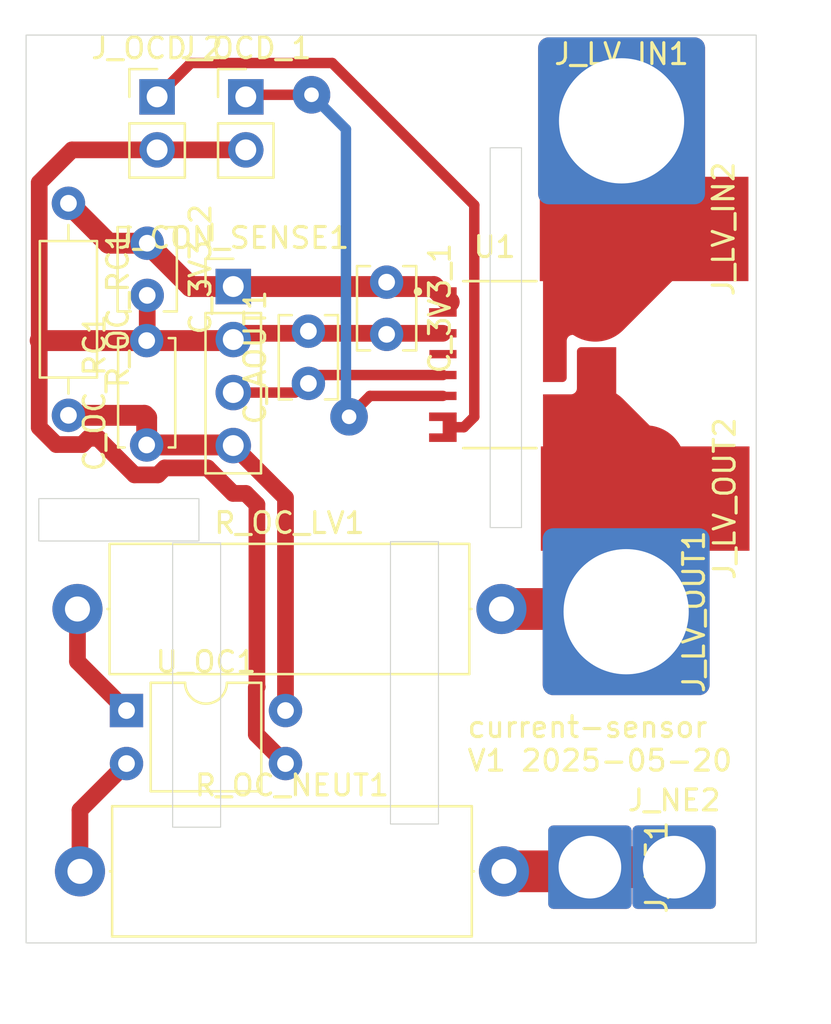
<source format=kicad_pcb>
(kicad_pcb (version 20240108) (generator "pcbnew") (generator_version "8.0")
  (layers (0 "F.Cu" signal) (31 "B.Cu" signal) (34 "B.Paste" user) (35 "F.Paste" user) (36 "B.SilkS" user "B.Silkscreen") (37 "F.SilkS" user "F.Silkscreen") (38 "B.Mask" user) (39 "F.Mask" user) (44 "Edge.Cuts" user))
  (net 0 "")
  (net 1 "GND")
  (net 2 "Net-(J_CON_SENSE1-Pin_4)")
  (net 3 "+3V3")
  (net 4 "Net-(J_CON_SENSE1-Pin_3)")
  (net 5 "Net-(J_LV_IN1-Pin_1)")
  (net 6 "Net-(J_LV_OUT1-Pin_1)")
  (net 7 "Net-(J_NE1-Pin_1)")
  (net 8 "Net-(J_OCD_1-Pin_1)")
  (net 9 "Net-(J_OCD_2-Pin_1)")
  (net 10 "Net-(R_OC_LV1-Pad1)")
  (net 11 "Net-(R_OC_NEUT1-Pad1)")
  (footprint "Connector_Wire:SolderWire-2.5sqmm_1x01_D2.4mm_OD3.6mm" (layer "F.Cu") (at 31.1714 39.7166)
    (property "Reference" "J_NE2" (at 0 -3.2 0) (layer "F.SilkS"))
    (property "Value" "Conn_01x01_Socket")
    (pad "1" thru_hole roundrect (at 0 0) (size 4 4) (drill 3) (layers "*.Cu" "*.Mask" "In1.Cu" "In2.Cu" "In3.Cu" "In4.Cu" "In5.Cu" "In6.Cu" "In7.Cu" "In8.Cu" "In9.Cu" "In10.Cu" "In11.Cu" "In12.Cu" "In13.Cu" "In14.Cu" "In15.Cu" "In16.Cu" "In17.Cu" "In18.Cu" "In19.Cu" "In20.Cu" "In21.Cu" "In22.Cu" "In23.Cu" "In24.Cu" "In25.Cu" "In26.Cu" "In27.Cu" "In28.Cu" "In29.Cu" "In30.Cu") (roundrect_rratio 0.0625) (net 7 "Net-(J_NE1-Pin_1)"))
  )
  (footprint "Connector_Wire:SolderWire-2.5sqmm_1x01_D2.4mm_OD3.6mm" (layer "F.Cu") (at 27.1344 39.7166 -90)
    (property "Reference" "J_NE1" (at 0 -3.2 90) (layer "F.SilkS"))
    (property "Value" "Conn_01x01_Socket")
    (pad "1" thru_hole roundrect (at 0 0 270) (size 4 4) (drill 3) (layers "*.Cu" "*.Mask" "In1.Cu" "In2.Cu" "In3.Cu" "In4.Cu" "In5.Cu" "In6.Cu" "In7.Cu" "In8.Cu" "In9.Cu" "In10.Cu" "In11.Cu" "In12.Cu" "In13.Cu" "In14.Cu" "In15.Cu" "In16.Cu" "In17.Cu" "In18.Cu" "In19.Cu" "In20.Cu" "In21.Cu" "In22.Cu" "In23.Cu" "In24.Cu" "In25.Cu" "In26.Cu" "In27.Cu" "In28.Cu" "In29.Cu" "In30.Cu") (roundrect_rratio 0.0625) (net 7 "Net-(J_NE1-Pin_1)"))
  )
  (footprint "Connector_Wire:SolderWirePad_1x01_SMD_5x10mm" (layer "F.Cu") (at 29.7314 9.1366 -90)
    (property "Reference" "J_LV_IN2" (at 0 -3.81 90) (layer "F.SilkS"))
    (property "Value" "Conn_01x01_Socket")
    (pad "1" smd rect (at 0 0 270) (size 5 10) (layers "F.Cu" "F.Paste" "F.Mask") (net 5 "Net-(J_LV_IN1-Pin_1)"))
  )
  (footprint "Connector_Wire:SolderWire-2.5sqmm_1x01_D2.4mm_OD3.6mm" (layer "F.Cu") (at 28.9214 27.4766 -90)
    (property "Reference" "J_LV_OUT1" (at 0 -3.2 90) (layer "F.SilkS"))
    (property "Value" "Conn_01x01_Socket")
    (pad "1" thru_hole roundrect (at 0 0.05 270) (size 8 8) (drill 6) (layers "*.Cu" "*.Mask" "In1.Cu" "In2.Cu" "In3.Cu" "In4.Cu" "In5.Cu" "In6.Cu" "In7.Cu" "In8.Cu" "In9.Cu" "In10.Cu" "In11.Cu" "In12.Cu" "In13.Cu" "In14.Cu" "In15.Cu" "In16.Cu" "In17.Cu" "In18.Cu" "In19.Cu" "In20.Cu" "In21.Cu" "In22.Cu" "In23.Cu" "In24.Cu" "In25.Cu" "In26.Cu" "In27.Cu" "In28.Cu" "In29.Cu" "In30.Cu") (roundrect_rratio 0.0625) (net 6 "Net-(J_LV_OUT1-Pin_1)"))
  )
  (footprint "Capacitor_THT:C_Disc_D3.8mm_W2.6mm_P2.50mm" (layer "F.Cu") (at 17.3914 11.6866 -90)
    (property "Reference" "C_3V3_1" (at 1.25 -2.55 90) (layer "F.SilkS"))
    (property "Value" "C")
    (fp_line (start -0.77 1.42) (end 3.27 1.42) (stroke (width 0.12)) (layer "F.SilkS"))
    (fp_line (start -0.77 0.795) (end -0.77 1.42) (stroke (width 0.12)) (layer "F.SilkS"))
    (fp_line (start 3.27 0.795) (end 3.27 1.42) (stroke (width 0.12)) (layer "F.SilkS"))
    (fp_line (start -0.77 -1.42) (end -0.77 -0.795) (stroke (width 0.12)) (layer "F.SilkS"))
    (fp_line (start -0.77 -1.42) (end 3.27 -1.42) (stroke (width 0.12)) (layer "F.SilkS"))
    (fp_line (start 3.27 -1.42) (end 3.27 -0.795) (stroke (width 0.12)) (layer "F.SilkS"))
    (pad "1" thru_hole circle (at 0 0 270) (size 1.6 1.6) (drill 0.8) (layers "*.Cu" "*.Mask" "In1.Cu" "In2.Cu" "In3.Cu" "In4.Cu" "In5.Cu" "In6.Cu" "In7.Cu" "In8.Cu" "In9.Cu" "In10.Cu" "In11.Cu" "In12.Cu" "In13.Cu" "In14.Cu" "In15.Cu" "In16.Cu" "In17.Cu" "In18.Cu" "In19.Cu" "In20.Cu" "In21.Cu" "In22.Cu" "In23.Cu" "In24.Cu" "In25.Cu" "In26.Cu" "In27.Cu" "In28.Cu" "In29.Cu" "In30.Cu") (net 3 "+3V3"))
    (pad "2" thru_hole circle (at 2.5 0 270) (size 1.6 1.6) (drill 0.8) (layers "*.Cu" "*.Mask" "In1.Cu" "In2.Cu" "In3.Cu" "In4.Cu" "In5.Cu" "In6.Cu" "In7.Cu" "In8.Cu" "In9.Cu" "In10.Cu" "In11.Cu" "In12.Cu" "In13.Cu" "In14.Cu" "In15.Cu" "In16.Cu" "In17.Cu" "In18.Cu" "In19.Cu" "In20.Cu" "In21.Cu" "In22.Cu" "In23.Cu" "In24.Cu" "In25.Cu" "In26.Cu" "In27.Cu" "In28.Cu" "In29.Cu" "In30.Cu") (net 1 "GND"))
  )
  (footprint "Resistor_THT:R_Axial_DIN0617_L17.0mm_D6.0mm_P20.32mm_Horizontal" (layer "F.Cu") (at 2.5744 27.3466)
    (property "Reference" "R_OC_LV1" (at 10.16 -4.12 0) (layer "F.SilkS"))
    (property "Value" "100KR")
    (fp_line (start 1.44 0) (end 1.54 0) (stroke (width 0.12)) (layer "F.SilkS"))
    (fp_line (start 1.54 -3.12) (end 1.54 3.12) (stroke (width 0.12)) (layer "F.SilkS"))
    (fp_line (start 1.54 3.12) (end 18.78 3.12) (stroke (width 0.12)) (layer "F.SilkS"))
    (fp_line (start 18.78 -3.12) (end 1.54 -3.12) (stroke (width 0.12)) (layer "F.SilkS"))
    (fp_line (start 18.78 3.12) (end 18.78 -3.12) (stroke (width 0.12)) (layer "F.SilkS"))
    (fp_line (start 18.88 0) (end 18.78 0) (stroke (width 0.12)) (layer "F.SilkS"))
    (pad "1" thru_hole circle (at 0 0) (size 2.4 2.4) (drill 1.2) (layers "*.Cu" "*.Mask" "In1.Cu" "In2.Cu" "In3.Cu" "In4.Cu" "In5.Cu" "In6.Cu" "In7.Cu" "In8.Cu" "In9.Cu" "In10.Cu" "In11.Cu" "In12.Cu" "In13.Cu" "In14.Cu" "In15.Cu" "In16.Cu" "In17.Cu" "In18.Cu" "In19.Cu" "In20.Cu" "In21.Cu" "In22.Cu" "In23.Cu" "In24.Cu" "In25.Cu" "In26.Cu" "In27.Cu" "In28.Cu" "In29.Cu" "In30.Cu") (net 10 "Net-(R_OC_LV1-Pad1)"))
    (pad "2" thru_hole oval (at 20.32 0) (size 2.4 2.4) (drill 1.2) (layers "*.Cu" "*.Mask" "In1.Cu" "In2.Cu" "In3.Cu" "In4.Cu" "In5.Cu" "In6.Cu" "In7.Cu" "In8.Cu" "In9.Cu" "In10.Cu" "In11.Cu" "In12.Cu" "In13.Cu" "In14.Cu" "In15.Cu" "In16.Cu" "In17.Cu" "In18.Cu" "In19.Cu" "In20.Cu" "In21.Cu" "In22.Cu" "In23.Cu" "In24.Cu" "In25.Cu" "In26.Cu" "In27.Cu" "In28.Cu" "In29.Cu" "In30.Cu") (net 6 "Net-(J_LV_OUT1-Pin_1)"))
  )
  (footprint "TLI4971A050T5UE0001XUMA1:IC_TLI4971A050T5UE0001XUMA1" (layer "F.Cu") (at 23.8914 15.6366)
    (property "Reference" "U1" (at -1.325 -5.635 0) (layer "F.SilkS"))
    (property "Value" "TLI4971A050T5UE0001XUMA1")
    (fp_line (start -2.83 -4) (end 0.68 -4) (stroke (width 0.127)) (layer "F.SilkS"))
    (fp_line (start -2.83 4) (end 0.68 4) (stroke (width 0.127)) (layer "F.SilkS"))
    (fp_circle (center -5 -3.5) (end -4.9 -3.5) (stroke (width 0.2)) (fill none) (layer "F.SilkS"))
    (pad "1" smd custom (at -3.5 -3) (size 0.4 0.4) (layers "F.Cu") (net 3 "+3V3") (options (clearance outline) (anchor rect)) (primitives (gr_poly (pts (xy 0.35 -0.7) (xy 0.35 0.7) (xy -0.96 0.7) (xy -0.96 0.3) (xy -0.31 0.3) (xy -0.31 -0.3) (xy -0.96 -0.3) (xy -0.96 -0.7)) (width 0.01) (fill yes))))
    (pad "2" smd rect (at -3.8 -1.5) (size 1.3 0.4) (layers "F.Cu" "F.Mask") (net 1 "GND"))
    (pad "3" smd rect (at -3.8 -0.5) (size 1.3 0.4) (layers "F.Cu" "F.Mask"))
    (pad "4" smd rect (at -3.8 0.5) (size 1.3 0.4) (layers "F.Cu" "F.Mask") (net 4 "Net-(J_CON_SENSE1-Pin_3)"))
    (pad "5" smd rect (at -3.8 1.5) (size 1.3 0.4) (layers "F.Cu" "F.Mask") (net 8 "Net-(J_OCD_1-Pin_1)"))
    (pad "6" smd custom (at -3.5 3) (size 0.4 0.4) (layers "F.Cu") (net 9 "Net-(J_OCD_2-Pin_1)") (options (clearance outline) (anchor rect)) (primitives (gr_poly (pts (xy 0.35 -0.7) (xy 0.35 0.7) (xy -0.96 0.7) (xy -0.96 0.3) (xy -0.31 0.3) (xy -0.31 -0.3) (xy -0.96 -0.3) (xy -0.96 -0.7)) (width 0.01) (fill yes))))
    (pad "7" smd custom (at 3.5 3) (size 0.4 0.4) (layers "F.Cu") (net 6 "Net-(J_LV_OUT1-Pin_1)") (options (clearance outline) (anchor rect)) (primitives (gr_poly (pts (xy 1 1.5) (xy -2.5 1.5) (xy -2.5 -1.57) (xy -1.175 -1.57) (xy -1.159 -1.57) (xy -1.144 -1.572) (xy -1.128 -1.574) (xy -1.113 -1.577) (xy -1.097 -1.58) (xy -1.082 -1.585) (xy -1.067 -1.59) (xy -1.053 -1.596) (xy -1.039 -1.603) (xy -1.025 -1.61) (xy -1.012 -1.618) (xy -0.999 -1.627) (xy -0.986 -1.637) (xy -0.974 -1.647) (xy -0.963 -1.658) (xy -0.952 -1.669) (xy -0.942 -1.681) (xy -0.932 -1.694) (xy -0.923 -1.707) (xy -0.915 -1.72) (xy -0.908 -1.734) (xy -0.901 -1.748) (xy -0.895 -1.762) (xy -0.89 -1.777) (xy -0.885 -1.792) (xy -0.882 -1.808) (xy -0.879 -1.823) (xy -0.877 -1.839) (xy -0.875 -1.854) (xy -0.875 -1.87) (xy -0.875 -3.63) (xy -0.875 -3.64) (xy -0.874 -3.651) (xy -0.873 -3.661) (xy -0.871 -3.672) (xy -0.868 -3.682) (xy -0.865 -3.692) (xy -0.862 -3.702) (xy -0.858 -3.711) (xy -0.853 -3.721) (xy -0.848 -3.73) (xy -0.843 -3.739) (xy -0.837 -3.748) (xy -0.83 -3.756) (xy -0.824 -3.764) (xy -0.816 -3.771) (xy -0.809 -3.779) (xy -0.801 -3.785) (xy -0.793 -3.792) (xy -0.784 -3.798) (xy -0.775 -3.803) (xy -0.766 -3.808) (xy -0.756 -3.813) (xy -0.747 -3.817) (xy -0.737 -3.82) (xy -0.727 -3.823) (xy -0.717 -3.826) (xy -0.706 -3.828) (xy -0.696 -3.829) (xy -0.685 -3.83) (xy -0.675 -3.83) (xy 1 -3.83) (xy 1 1.5)) (width 0.01) (fill yes))))
    (pad "8" smd custom (at 3.5 -3) (size 0.4 0.4) (layers "F.Cu") (net 5 "Net-(J_LV_IN1-Pin_1)") (options (clearance outline) (anchor rect)) (primitives (gr_poly (pts (xy -2.5 -1.5) (xy -2.5 3.83) (xy -1.575 3.83) (xy -1.565 3.83) (xy -1.554 3.829) (xy -1.544 3.828) (xy -1.533 3.826) (xy -1.523 3.823) (xy -1.513 3.82) (xy -1.503 3.817) (xy -1.494 3.813) (xy -1.484 3.808) (xy -1.475 3.803) (xy -1.466 3.798) (xy -1.457 3.792) (xy -1.449 3.785) (xy -1.441 3.779) (xy -1.434 3.771) (xy -1.426 3.764) (xy -1.42 3.756) (xy -1.413 3.748) (xy -1.407 3.739) (xy -1.402 3.73) (xy -1.397 3.721) (xy -1.392 3.711) (xy -1.388 3.702) (xy -1.385 3.692) (xy -1.382 3.682) (xy -1.379 3.672) (xy -1.377 3.661) (xy -1.376 3.651) (xy -1.375 3.64) (xy -1.375 3.63) (xy -1.375 1.87) (xy -1.375 1.854) (xy -1.373 1.839) (xy -1.371 1.823) (xy -1.368 1.808) (xy -1.365 1.792) (xy -1.36 1.777) (xy -1.355 1.762) (xy -1.349 1.748) (xy -1.342 1.734) (xy -1.335 1.72) (xy -1.327 1.707) (xy -1.318 1.694) (xy -1.308 1.681) (xy -1.298 1.669) (xy -1.287 1.658) (xy -1.276 1.647) (xy -1.264 1.637) (xy -1.251 1.627) (xy -1.238 1.618) (xy -1.225 1.61) (xy -1.211 1.603) (xy -1.197 1.596) (xy -1.183 1.59) (xy -1.168 1.585) (xy -1.153 1.58) (xy -1.137 1.577) (xy -1.122 1.574) (xy -1.106 1.572) (xy -1.091 1.57) (xy -1.075 1.57) (xy 1 1.57) (xy 1 -1.5) (xy -2.5 -1.5)) (width 0.01) (fill yes))))
  )
  (footprint "Capacitor_THT:C_Disc_D3.8mm_W2.6mm_P2.50mm" (layer "F.Cu") (at 13.6414 16.5366 90)
    (property "Reference" "C_AOUT1" (at 1.25 -2.55 90) (layer "F.SilkS"))
    (property "Value" "C")
    (fp_line (start 3.27 -1.42) (end 3.27 -0.795) (stroke (width 0.12)) (layer "F.SilkS"))
    (fp_line (start -0.77 -1.42) (end 3.27 -1.42) (stroke (width 0.12)) (layer "F.SilkS"))
    (fp_line (start -0.77 -1.42) (end -0.77 -0.795) (stroke (width 0.12)) (layer "F.SilkS"))
    (fp_line (start 3.27 0.795) (end 3.27 1.42) (stroke (width 0.12)) (layer "F.SilkS"))
    (fp_line (start -0.77 0.795) (end -0.77 1.42) (stroke (width 0.12)) (layer "F.SilkS"))
    (fp_line (start -0.77 1.42) (end 3.27 1.42) (stroke (width 0.12)) (layer "F.SilkS"))
    (pad "1" thru_hole circle (at 0 0 90) (size 1.6 1.6) (drill 0.8) (layers "*.Cu" "*.Mask" "In1.Cu" "In2.Cu" "In3.Cu" "In4.Cu" "In5.Cu" "In6.Cu" "In7.Cu" "In8.Cu" "In9.Cu" "In10.Cu" "In11.Cu" "In12.Cu" "In13.Cu" "In14.Cu" "In15.Cu" "In16.Cu" "In17.Cu" "In18.Cu" "In19.Cu" "In20.Cu" "In21.Cu" "In22.Cu" "In23.Cu" "In24.Cu" "In25.Cu" "In26.Cu" "In27.Cu" "In28.Cu" "In29.Cu" "In30.Cu") (net 4 "Net-(J_CON_SENSE1-Pin_3)"))
    (pad "2" thru_hole circle (at 2.5 0 90) (size 1.6 1.6) (drill 0.8) (layers "*.Cu" "*.Mask" "In1.Cu" "In2.Cu" "In3.Cu" "In4.Cu" "In5.Cu" "In6.Cu" "In7.Cu" "In8.Cu" "In9.Cu" "In10.Cu" "In11.Cu" "In12.Cu" "In13.Cu" "In14.Cu" "In15.Cu" "In16.Cu" "In17.Cu" "In18.Cu" "In19.Cu" "In20.Cu" "In21.Cu" "In22.Cu" "In23.Cu" "In24.Cu" "In25.Cu" "In26.Cu" "In27.Cu" "In28.Cu" "In29.Cu" "In30.Cu") (net 1 "GND"))
  )
  (footprint "Resistor_THT:R_Axial_DIN0617_L17.0mm_D6.0mm_P20.32mm_Horizontal" (layer "F.Cu") (at 2.6944 39.9166)
    (property "Reference" "R_OC_NEUT1" (at 10.16 -4.12 0) (layer "F.SilkS"))
    (property "Value" "100KR")
    (fp_line (start 1.44 0) (end 1.54 0) (stroke (width 0.12)) (layer "F.SilkS"))
    (fp_line (start 1.54 -3.12) (end 1.54 3.12) (stroke (width 0.12)) (layer "F.SilkS"))
    (fp_line (start 1.54 3.12) (end 18.78 3.12) (stroke (width 0.12)) (layer "F.SilkS"))
    (fp_line (start 18.78 -3.12) (end 1.54 -3.12) (stroke (width 0.12)) (layer "F.SilkS"))
    (fp_line (start 18.78 3.12) (end 18.78 -3.12) (stroke (width 0.12)) (layer "F.SilkS"))
    (fp_line (start 18.88 0) (end 18.78 0) (stroke (width 0.12)) (layer "F.SilkS"))
    (pad "1" thru_hole circle (at 0 0) (size 2.4 2.4) (drill 1.2) (layers "*.Cu" "*.Mask" "In1.Cu" "In2.Cu" "In3.Cu" "In4.Cu" "In5.Cu" "In6.Cu" "In7.Cu" "In8.Cu" "In9.Cu" "In10.Cu" "In11.Cu" "In12.Cu" "In13.Cu" "In14.Cu" "In15.Cu" "In16.Cu" "In17.Cu" "In18.Cu" "In19.Cu" "In20.Cu" "In21.Cu" "In22.Cu" "In23.Cu" "In24.Cu" "In25.Cu" "In26.Cu" "In27.Cu" "In28.Cu" "In29.Cu" "In30.Cu") (net 11 "Net-(R_OC_NEUT1-Pad1)"))
    (pad "2" thru_hole oval (at 20.32 0) (size 2.4 2.4) (drill 1.2) (layers "*.Cu" "*.Mask" "In1.Cu" "In2.Cu" "In3.Cu" "In4.Cu" "In5.Cu" "In6.Cu" "In7.Cu" "In8.Cu" "In9.Cu" "In10.Cu" "In11.Cu" "In12.Cu" "In13.Cu" "In14.Cu" "In15.Cu" "In16.Cu" "In17.Cu" "In18.Cu" "In19.Cu" "In20.Cu" "In21.Cu" "In22.Cu" "In23.Cu" "In24.Cu" "In25.Cu" "In26.Cu" "In27.Cu" "In28.Cu" "In29.Cu" "In30.Cu") (net 7 "Net-(J_NE1-Pin_1)"))
  )
  (footprint "Capacitor_THT:C_Disc_D5.0mm_W2.5mm_P5.00mm" (layer "F.Cu") (at 5.8914 19.4866 90)
    (property "Reference" "C_OC_RC1" (at 2.5 -2.5 90) (layer "F.SilkS"))
    (property "Value" "C")
    (fp_line (start 5.12 -1.37) (end 5.12 -1.055) (stroke (width 0.12)) (layer "F.SilkS"))
    (fp_line (start -0.12 -1.37) (end 5.12 -1.37) (stroke (width 0.12)) (layer "F.SilkS"))
    (fp_line (start -0.12 -1.37) (end -0.12 -1.055) (stroke (width 0.12)) (layer "F.SilkS"))
    (fp_line (start 5.12 1.055) (end 5.12 1.37) (stroke (width 0.12)) (layer "F.SilkS"))
    (fp_line (start -0.12 1.055) (end -0.12 1.37) (stroke (width 0.12)) (layer "F.SilkS"))
    (fp_line (start -0.12 1.37) (end 5.12 1.37) (stroke (width 0.12)) (layer "F.SilkS"))
    (pad "1" thru_hole circle (at 0 0 90) (size 1.6 1.6) (drill 0.8) (layers "*.Cu" "*.Mask" "In1.Cu" "In2.Cu" "In3.Cu" "In4.Cu" "In5.Cu" "In6.Cu" "In7.Cu" "In8.Cu" "In9.Cu" "In10.Cu" "In11.Cu" "In12.Cu" "In13.Cu" "In14.Cu" "In15.Cu" "In16.Cu" "In17.Cu" "In18.Cu" "In19.Cu" "In20.Cu" "In21.Cu" "In22.Cu" "In23.Cu" "In24.Cu" "In25.Cu" "In26.Cu" "In27.Cu" "In28.Cu" "In29.Cu" "In30.Cu") (net 2 "Net-(J_CON_SENSE1-Pin_4)"))
    (pad "2" thru_hole circle (at 5 0 90) (size 1.6 1.6) (drill 0.8) (layers "*.Cu" "*.Mask" "In1.Cu" "In2.Cu" "In3.Cu" "In4.Cu" "In5.Cu" "In6.Cu" "In7.Cu" "In8.Cu" "In9.Cu" "In10.Cu" "In11.Cu" "In12.Cu" "In13.Cu" "In14.Cu" "In15.Cu" "In16.Cu" "In17.Cu" "In18.Cu" "In19.Cu" "In20.Cu" "In21.Cu" "In22.Cu" "In23.Cu" "In24.Cu" "In25.Cu" "In26.Cu" "In27.Cu" "In28.Cu" "In29.Cu" "In30.Cu") (net 1 "GND"))
  )
  (footprint "Connector_PinHeader_2.54mm:PinHeader_1x02_P2.54mm_Vertical" (layer "F.Cu") (at 10.6414 2.808)
    (property "Reference" "J_OCD_1" (at 0 -2.33 0) (layer "F.SilkS"))
    (property "Value" "Conn_01x02_Socket")
    (fp_line (start -1.33 -1.33) (end 0 -1.33) (stroke (width 0.12)) (layer "F.SilkS"))
    (fp_line (start -1.33 0) (end -1.33 -1.33) (stroke (width 0.12)) (layer "F.SilkS"))
    (fp_line (start -1.33 1.27) (end -1.33 3.87) (stroke (width 0.12)) (layer "F.SilkS"))
    (fp_line (start -1.33 1.27) (end 1.33 1.27) (stroke (width 0.12)) (layer "F.SilkS"))
    (fp_line (start -1.33 3.87) (end 1.33 3.87) (stroke (width 0.12)) (layer "F.SilkS"))
    (fp_line (start 1.33 1.27) (end 1.33 3.87) (stroke (width 0.12)) (layer "F.SilkS"))
    (pad "1" thru_hole rect (at 0 0) (size 1.7 1.7) (drill 1) (layers "*.Cu" "*.Mask" "In1.Cu" "In2.Cu" "In3.Cu" "In4.Cu" "In5.Cu" "In6.Cu" "In7.Cu" "In8.Cu" "In9.Cu" "In10.Cu" "In11.Cu" "In12.Cu" "In13.Cu" "In14.Cu" "In15.Cu" "In16.Cu" "In17.Cu" "In18.Cu" "In19.Cu" "In20.Cu" "In21.Cu" "In22.Cu" "In23.Cu" "In24.Cu" "In25.Cu" "In26.Cu" "In27.Cu" "In28.Cu" "In29.Cu" "In30.Cu") (net 8 "Net-(J_OCD_1-Pin_1)"))
    (pad "2" thru_hole oval (at 0 2.54) (size 1.7 1.7) (drill 1) (layers "*.Cu" "*.Mask" "In1.Cu" "In2.Cu" "In3.Cu" "In4.Cu" "In5.Cu" "In6.Cu" "In7.Cu" "In8.Cu" "In9.Cu" "In10.Cu" "In11.Cu" "In12.Cu" "In13.Cu" "In14.Cu" "In15.Cu" "In16.Cu" "In17.Cu" "In18.Cu" "In19.Cu" "In20.Cu" "In21.Cu" "In22.Cu" "In23.Cu" "In24.Cu" "In25.Cu" "In26.Cu" "In27.Cu" "In28.Cu" "In29.Cu" "In30.Cu") (net 1 "GND"))
  )
  (footprint "Package_DIP:DIP-4_W7.62mm" (layer "F.Cu") (at 4.9244 32.212)
    (property "Reference" "U_OC1" (at 3.81 -2.33 0) (layer "F.SilkS"))
    (property "Value" "LTV-814")
    (fp_line (start 1.16 -1.33) (end 1.16 3.87) (stroke (width 0.12)) (layer "F.SilkS"))
    (fp_line (start 1.16 3.87) (end 6.46 3.87) (stroke (width 0.12)) (layer "F.SilkS"))
    (fp_line (start 2.81 -1.33) (end 1.16 -1.33) (stroke (width 0.12)) (layer "F.SilkS"))
    (fp_line (start 6.46 -1.33) (end 4.81 -1.33) (stroke (width 0.12)) (layer "F.SilkS"))
    (fp_line (start 6.46 3.87) (end 6.46 -1.33) (stroke (width 0.12)) (layer "F.SilkS"))
    (fp_arc (start 4.81 -1.33) (mid 3.81 -0.33) (end 2.81 -1.33) (stroke (width 0.12)) (layer "F.SilkS"))
    (pad "1" thru_hole rect (at 0 0) (size 1.6 1.6) (drill 0.8) (layers "*.Cu" "*.Mask" "In1.Cu" "In2.Cu" "In3.Cu" "In4.Cu" "In5.Cu" "In6.Cu" "In7.Cu" "In8.Cu" "In9.Cu" "In10.Cu" "In11.Cu" "In12.Cu" "In13.Cu" "In14.Cu" "In15.Cu" "In16.Cu" "In17.Cu" "In18.Cu" "In19.Cu" "In20.Cu" "In21.Cu" "In22.Cu" "In23.Cu" "In24.Cu" "In25.Cu" "In26.Cu" "In27.Cu" "In28.Cu" "In29.Cu" "In30.Cu") (net 10 "Net-(R_OC_LV1-Pad1)"))
    (pad "2" thru_hole oval (at 0 2.54) (size 1.6 1.6) (drill 0.8) (layers "*.Cu" "*.Mask" "In1.Cu" "In2.Cu" "In3.Cu" "In4.Cu" "In5.Cu" "In6.Cu" "In7.Cu" "In8.Cu" "In9.Cu" "In10.Cu" "In11.Cu" "In12.Cu" "In13.Cu" "In14.Cu" "In15.Cu" "In16.Cu" "In17.Cu" "In18.Cu" "In19.Cu" "In20.Cu" "In21.Cu" "In22.Cu" "In23.Cu" "In24.Cu" "In25.Cu" "In26.Cu" "In27.Cu" "In28.Cu" "In29.Cu" "In30.Cu") (net 11 "Net-(R_OC_NEUT1-Pad1)"))
    (pad "3" thru_hole oval (at 7.62 2.54) (size 1.6 1.6) (drill 0.8) (layers "*.Cu" "*.Mask" "In1.Cu" "In2.Cu" "In3.Cu" "In4.Cu" "In5.Cu" "In6.Cu" "In7.Cu" "In8.Cu" "In9.Cu" "In10.Cu" "In11.Cu" "In12.Cu" "In13.Cu" "In14.Cu" "In15.Cu" "In16.Cu" "In17.Cu" "In18.Cu" "In19.Cu" "In20.Cu" "In21.Cu" "In22.Cu" "In23.Cu" "In24.Cu" "In25.Cu" "In26.Cu" "In27.Cu" "In28.Cu" "In29.Cu" "In30.Cu") (net 1 "GND"))
    (pad "4" thru_hole oval (at 7.62 0) (size 1.6 1.6) (drill 0.8) (layers "*.Cu" "*.Mask" "In1.Cu" "In2.Cu" "In3.Cu" "In4.Cu" "In5.Cu" "In6.Cu" "In7.Cu" "In8.Cu" "In9.Cu" "In10.Cu" "In11.Cu" "In12.Cu" "In13.Cu" "In14.Cu" "In15.Cu" "In16.Cu" "In17.Cu" "In18.Cu" "In19.Cu" "In20.Cu" "In21.Cu" "In22.Cu" "In23.Cu" "In24.Cu" "In25.Cu" "In26.Cu" "In27.Cu" "In28.Cu" "In29.Cu" "In30.Cu") (net 2 "Net-(J_CON_SENSE1-Pin_4)"))
  )
  (footprint "Connector_Wire:SolderWirePad_1x01_SMD_5x10mm" (layer "F.Cu") (at 29.7814 22.0566 -90)
    (property "Reference" "J_LV_OUT2" (at 0 -3.81 90) (layer "F.SilkS"))
    (property "Value" "Conn_01x01_Socket")
    (pad "1" smd rect (at 0 0 270) (size 5 10) (layers "F.Cu" "F.Paste" "F.Mask") (net 6 "Net-(J_LV_OUT1-Pin_1)"))
  )
  (footprint "Capacitor_THT:C_Disc_D3.8mm_W2.6mm_P2.50mm" (layer "F.Cu") (at 5.9174 9.82 -90)
    (property "Reference" "C_3V3_2" (at 1.25 -2.55 90) (layer "F.SilkS"))
    (property "Value" "C")
    (fp_line (start -0.77 1.42) (end 3.27 1.42) (stroke (width 0.12)) (layer "F.SilkS"))
    (fp_line (start -0.77 0.795) (end -0.77 1.42) (stroke (width 0.12)) (layer "F.SilkS"))
    (fp_line (start 3.27 0.795) (end 3.27 1.42) (stroke (width 0.12)) (layer "F.SilkS"))
    (fp_line (start -0.77 -1.42) (end -0.77 -0.795) (stroke (width 0.12)) (layer "F.SilkS"))
    (fp_line (start -0.77 -1.42) (end 3.27 -1.42) (stroke (width 0.12)) (layer "F.SilkS"))
    (fp_line (start 3.27 -1.42) (end 3.27 -0.795) (stroke (width 0.12)) (layer "F.SilkS"))
    (pad "1" thru_hole circle (at 0 0 270) (size 1.6 1.6) (drill 0.8) (layers "*.Cu" "*.Mask" "In1.Cu" "In2.Cu" "In3.Cu" "In4.Cu" "In5.Cu" "In6.Cu" "In7.Cu" "In8.Cu" "In9.Cu" "In10.Cu" "In11.Cu" "In12.Cu" "In13.Cu" "In14.Cu" "In15.Cu" "In16.Cu" "In17.Cu" "In18.Cu" "In19.Cu" "In20.Cu" "In21.Cu" "In22.Cu" "In23.Cu" "In24.Cu" "In25.Cu" "In26.Cu" "In27.Cu" "In28.Cu" "In29.Cu" "In30.Cu") (net 3 "+3V3"))
    (pad "2" thru_hole circle (at 2.5 0 270) (size 1.6 1.6) (drill 0.8) (layers "*.Cu" "*.Mask" "In1.Cu" "In2.Cu" "In3.Cu" "In4.Cu" "In5.Cu" "In6.Cu" "In7.Cu" "In8.Cu" "In9.Cu" "In10.Cu" "In11.Cu" "In12.Cu" "In13.Cu" "In14.Cu" "In15.Cu" "In16.Cu" "In17.Cu" "In18.Cu" "In19.Cu" "In20.Cu" "In21.Cu" "In22.Cu" "In23.Cu" "In24.Cu" "In25.Cu" "In26.Cu" "In27.Cu" "In28.Cu" "In29.Cu" "In30.Cu") (net 1 "GND"))
  )
  (footprint "Connector_Wire:SolderWire-2.5sqmm_1x01_D2.4mm_OD3.6mm" (layer "F.Cu") (at 28.6514 3.9566)
    (property "Reference" "J_LV_IN1" (at 0 -3.2 0) (layer "F.SilkS"))
    (property "Value" "Conn_01x01_Socket")
    (pad "1" thru_hole roundrect (at 0 0) (size 8 8) (drill 6) (layers "*.Cu" "*.Mask" "In1.Cu" "In2.Cu" "In3.Cu" "In4.Cu" "In5.Cu" "In6.Cu" "In7.Cu" "In8.Cu" "In9.Cu" "In10.Cu" "In11.Cu" "In12.Cu" "In13.Cu" "In14.Cu" "In15.Cu" "In16.Cu" "In17.Cu" "In18.Cu" "In19.Cu" "In20.Cu" "In21.Cu" "In22.Cu" "In23.Cu" "In24.Cu" "In25.Cu" "In26.Cu" "In27.Cu" "In28.Cu" "In29.Cu" "In30.Cu") (roundrect_rratio 0.0625) (net 5 "Net-(J_LV_IN1-Pin_1)"))
  )
  (footprint "Connector_PinHeader_2.54mm:PinHeader_1x02_P2.54mm_Vertical" (layer "F.Cu") (at 6.3914 2.808)
    (property "Reference" "J_OCD_2" (at 0 -2.33 0) (layer "F.SilkS"))
    (property "Value" "Conn_01x02_Socket")
    (fp_line (start -1.33 -1.33) (end 0 -1.33) (stroke (width 0.12)) (layer "F.SilkS"))
    (fp_line (start -1.33 0) (end -1.33 -1.33) (stroke (width 0.12)) (layer "F.SilkS"))
    (fp_line (start -1.33 1.27) (end -1.33 3.87) (stroke (width 0.12)) (layer "F.SilkS"))
    (fp_line (start -1.33 1.27) (end 1.33 1.27) (stroke (width 0.12)) (layer "F.SilkS"))
    (fp_line (start -1.33 3.87) (end 1.33 3.87) (stroke (width 0.12)) (layer "F.SilkS"))
    (fp_line (start 1.33 1.27) (end 1.33 3.87) (stroke (width 0.12)) (layer "F.SilkS"))
    (pad "1" thru_hole rect (at 0 0) (size 1.7 1.7) (drill 1) (layers "*.Cu" "*.Mask" "In1.Cu" "In2.Cu" "In3.Cu" "In4.Cu" "In5.Cu" "In6.Cu" "In7.Cu" "In8.Cu" "In9.Cu" "In10.Cu" "In11.Cu" "In12.Cu" "In13.Cu" "In14.Cu" "In15.Cu" "In16.Cu" "In17.Cu" "In18.Cu" "In19.Cu" "In20.Cu" "In21.Cu" "In22.Cu" "In23.Cu" "In24.Cu" "In25.Cu" "In26.Cu" "In27.Cu" "In28.Cu" "In29.Cu" "In30.Cu") (net 9 "Net-(J_OCD_2-Pin_1)"))
    (pad "2" thru_hole oval (at 0 2.54) (size 1.7 1.7) (drill 1) (layers "*.Cu" "*.Mask" "In1.Cu" "In2.Cu" "In3.Cu" "In4.Cu" "In5.Cu" "In6.Cu" "In7.Cu" "In8.Cu" "In9.Cu" "In10.Cu" "In11.Cu" "In12.Cu" "In13.Cu" "In14.Cu" "In15.Cu" "In16.Cu" "In17.Cu" "In18.Cu" "In19.Cu" "In20.Cu" "In21.Cu" "In22.Cu" "In23.Cu" "In24.Cu" "In25.Cu" "In26.Cu" "In27.Cu" "In28.Cu" "In29.Cu" "In30.Cu") (net 1 "GND"))
  )
  (footprint "Connector_PinHeader_2.54mm:PinHeader_1x04_P2.54mm_Vertical" (layer "F.Cu") (at 10.0414 11.8966)
    (property "Reference" "J_CON_SENSE1" (at 0 -2.33 0) (layer "F.SilkS"))
    (property "Value" "Conn_01x04_Socket")
    (fp_line (start -1.33 -1.33) (end 0 -1.33) (stroke (width 0.12)) (layer "F.SilkS"))
    (fp_line (start -1.33 0) (end -1.33 -1.33) (stroke (width 0.12)) (layer "F.SilkS"))
    (fp_line (start -1.33 1.27) (end -1.33 8.95) (stroke (width 0.12)) (layer "F.SilkS"))
    (fp_line (start -1.33 1.27) (end 1.33 1.27) (stroke (width 0.12)) (layer "F.SilkS"))
    (fp_line (start -1.33 8.95) (end 1.33 8.95) (stroke (width 0.12)) (layer "F.SilkS"))
    (fp_line (start 1.33 1.27) (end 1.33 8.95) (stroke (width 0.12)) (layer "F.SilkS"))
    (pad "1" thru_hole rect (at 0 0) (size 1.7 1.7) (drill 1) (layers "*.Cu" "*.Mask" "In1.Cu" "In2.Cu" "In3.Cu" "In4.Cu" "In5.Cu" "In6.Cu" "In7.Cu" "In8.Cu" "In9.Cu" "In10.Cu" "In11.Cu" "In12.Cu" "In13.Cu" "In14.Cu" "In15.Cu" "In16.Cu" "In17.Cu" "In18.Cu" "In19.Cu" "In20.Cu" "In21.Cu" "In22.Cu" "In23.Cu" "In24.Cu" "In25.Cu" "In26.Cu" "In27.Cu" "In28.Cu" "In29.Cu" "In30.Cu") (net 3 "+3V3"))
    (pad "2" thru_hole oval (at 0 2.54) (size 1.7 1.7) (drill 1) (layers "*.Cu" "*.Mask" "In1.Cu" "In2.Cu" "In3.Cu" "In4.Cu" "In5.Cu" "In6.Cu" "In7.Cu" "In8.Cu" "In9.Cu" "In10.Cu" "In11.Cu" "In12.Cu" "In13.Cu" "In14.Cu" "In15.Cu" "In16.Cu" "In17.Cu" "In18.Cu" "In19.Cu" "In20.Cu" "In21.Cu" "In22.Cu" "In23.Cu" "In24.Cu" "In25.Cu" "In26.Cu" "In27.Cu" "In28.Cu" "In29.Cu" "In30.Cu") (net 1 "GND"))
    (pad "3" thru_hole oval (at 0 5.08) (size 1.7 1.7) (drill 1) (layers "*.Cu" "*.Mask" "In1.Cu" "In2.Cu" "In3.Cu" "In4.Cu" "In5.Cu" "In6.Cu" "In7.Cu" "In8.Cu" "In9.Cu" "In10.Cu" "In11.Cu" "In12.Cu" "In13.Cu" "In14.Cu" "In15.Cu" "In16.Cu" "In17.Cu" "In18.Cu" "In19.Cu" "In20.Cu" "In21.Cu" "In22.Cu" "In23.Cu" "In24.Cu" "In25.Cu" "In26.Cu" "In27.Cu" "In28.Cu" "In29.Cu" "In30.Cu") (net 4 "Net-(J_CON_SENSE1-Pin_3)"))
    (pad "4" thru_hole oval (at 0 7.62) (size 1.7 1.7) (drill 1) (layers "*.Cu" "*.Mask" "In1.Cu" "In2.Cu" "In3.Cu" "In4.Cu" "In5.Cu" "In6.Cu" "In7.Cu" "In8.Cu" "In9.Cu" "In10.Cu" "In11.Cu" "In12.Cu" "In13.Cu" "In14.Cu" "In15.Cu" "In16.Cu" "In17.Cu" "In18.Cu" "In19.Cu" "In20.Cu" "In21.Cu" "In22.Cu" "In23.Cu" "In24.Cu" "In25.Cu" "In26.Cu" "In27.Cu" "In28.Cu" "In29.Cu" "In30.Cu") (net 2 "Net-(J_CON_SENSE1-Pin_4)"))
  )
  (footprint "Resistor_THT:R_Axial_DIN0207_L6.3mm_D2.5mm_P10.16mm_Horizontal" (layer "F.Cu") (at 2.1414 7.9066 -90)
    (property "Reference" "R_OC_RC1" (at 5.08 -2.37 90) (layer "F.SilkS"))
    (property "Value" "0R")
    (fp_line (start 1.81 1.37) (end 8.35 1.37) (stroke (width 0.12)) (layer "F.SilkS"))
    (fp_line (start 8.35 1.37) (end 8.35 -1.37) (stroke (width 0.12)) (layer "F.SilkS"))
    (fp_line (start 1.04 0) (end 1.81 0) (stroke (width 0.12)) (layer "F.SilkS"))
    (fp_line (start 9.12 0) (end 8.35 0) (stroke (width 0.12)) (layer "F.SilkS"))
    (fp_line (start 1.81 -1.37) (end 1.81 1.37) (stroke (width 0.12)) (layer "F.SilkS"))
    (fp_line (start 8.35 -1.37) (end 1.81 -1.37) (stroke (width 0.12)) (layer "F.SilkS"))
    (pad "1" thru_hole circle (at 0 0 270) (size 1.6 1.6) (drill 0.8) (layers "*.Cu" "*.Mask" "In1.Cu" "In2.Cu" "In3.Cu" "In4.Cu" "In5.Cu" "In6.Cu" "In7.Cu" "In8.Cu" "In9.Cu" "In10.Cu" "In11.Cu" "In12.Cu" "In13.Cu" "In14.Cu" "In15.Cu" "In16.Cu" "In17.Cu" "In18.Cu" "In19.Cu" "In20.Cu" "In21.Cu" "In22.Cu" "In23.Cu" "In24.Cu" "In25.Cu" "In26.Cu" "In27.Cu" "In28.Cu" "In29.Cu" "In30.Cu") (net 3 "+3V3"))
    (pad "2" thru_hole oval (at 10.16 0 270) (size 1.6 1.6) (drill 0.8) (layers "*.Cu" "*.Mask" "In1.Cu" "In2.Cu" "In3.Cu" "In4.Cu" "In5.Cu" "In6.Cu" "In7.Cu" "In8.Cu" "In9.Cu" "In10.Cu" "In11.Cu" "In12.Cu" "In13.Cu" "In14.Cu" "In15.Cu" "In16.Cu" "In17.Cu" "In18.Cu" "In19.Cu" "In20.Cu" "In21.Cu" "In22.Cu" "In23.Cu" "In24.Cu" "In25.Cu" "In26.Cu" "In27.Cu" "In28.Cu" "In29.Cu" "In30.Cu") (net 2 "Net-(J_CON_SENSE1-Pin_4)"))
  )
  (gr_rect (start 17.575 24.1144) (end 19.875 37.6484) (stroke (width 0.05)) (fill none) (layer "Edge.Cuts"))
  (gr_rect (start 0.1114 -0.1534) (end 35.1044 43.3466) (stroke (width 0.05)) (fill none) (layer "Edge.Cuts"))
  (gr_rect (start 22.3544 5.2466) (end 23.8544 23.4466) (stroke (width 0.05)) (fill none) (layer "Edge.Cuts"))
  (gr_rect (start 0.7214 22.0566) (end 8.3956 24.089) (stroke (width 0.05)) (fill none) (layer "Edge.Cuts"))
  (gr_rect (start 7.1356 24.179) (end 9.4356 37.8008) (stroke (width 0.05)) (fill none) (layer "Edge.Cuts"))
  (gr_text "current-sensor\nV1 2025-05-20" (at 21.1814 35.1966 0) (layer "F.SilkS") (effects (font (size 1 1)) (justify left bottom)))
  (segment (start 3.0986 19.1666) (end 2.7986 19.4666) (width 0.8) (layer "F.Cu") (net 1))
  (segment (start 0.7414 14.4414) (end 0.7414 6.9188) (width 0.8) (layer "F.Cu") (net 1))
  (segment (start 8.81 20.5866) (end 6.7586 20.5866) (width 0.8) (layer "F.Cu") (net 1))
  (segment (start 11.1444 33.352) (end 11.1444 31.1178) (width 0.8) (layer "F.Cu") (net 1))
  (segment (start 5.8914 14.4866) (end 9.9914 14.4866) (width 1) (layer "F.Cu") (net 1))
  (segment (start 12.5444 34.752) (end 11.1444 33.352) (width 0.8) (layer "F.Cu") (net 1))
  (segment (start 20.0914 14.1366) (end 10.3414 14.1366) (width 0.8) (layer "F.Cu") (net 1))
  (segment (start 5.9174 14.4606) (end 5.8914 14.4866) (width 0.8) (layer "F.Cu") (net 1))
  (segment (start 3.5806 19.1926) (end 3.5806 19.1666) (width 0.8) (layer "F.Cu") (net 1))
  (segment (start 10.6418 21.8088) (end 10.0322 21.8088) (width 0.8) (layer "F.Cu") (net 1))
  (segment (start 3.5806 19.1666) (end 3.0986 19.1666) (width 0.8) (layer "F.Cu") (net 1))
  (segment (start 10.0322 21.8088) (end 8.81 20.5866) (width 0.8) (layer "F.Cu") (net 1))
  (segment (start 6.4254 20.9198) (end 5.3078 20.9198) (width 0.8) (layer "F.Cu") (net 1))
  (segment (start 6.7586 20.5866) (end 6.4254 20.9198) (width 0.8) (layer "F.Cu") (net 1))
  (segment (start 11.1752 22.3422) (end 10.6418 21.8088) (width 0.8) (layer "F.Cu") (net 1))
  (segment (start 5.9174 12.32) (end 5.9174 14.4606) (width 0.8) (layer "F.Cu") (net 1))
  (segment (start 5.3078 20.9198) (end 3.5806 19.1926) (width 0.8) (layer "F.Cu") (net 1))
  (segment (start 10.3414 14.1366) (end 10.0414 14.4366) (width 0.8) (layer "F.Cu") (net 1))
  (segment (start 2.3122 5.348) (end 10.6414 5.348) (width 0.8) (layer "F.Cu") (net 1))
  (segment (start 1.561501 19.4666) (end 0.7414 18.646499) (width 0.8) (layer "F.Cu") (net 1))
  (segment (start 9.9914 14.4866) (end 10.0414 14.4366) (width 1) (layer "F.Cu") (net 1))
  (segment (start 2.7986 19.4666) (end 1.561501 19.4666) (width 0.8) (layer "F.Cu") (net 1))
  (segment (start 0.7414 14.5318) (end 0.7866 14.4866) (width 0.8) (layer "F.Cu") (net 1))
  (segment (start 11.1444 31.1178) (end 11.1882 31.074) (width 0.8) (layer "F.Cu") (net 1))
  (segment (start 0.7866 14.4866) (end 5.8914 14.4866) (width 1) (layer "F.Cu") (net 1))
  (segment (start 11.1752 31.061) (end 11.1882 31.074) (width 0.8) (layer "F.Cu") (net 1))
  (segment (start 0.7414 18.646499) (end 0.7414 14.5318) (width 0.8) (layer "F.Cu") (net 1))
  (segment (start 0.7414 6.9188) (end 2.3122 5.348) (width 0.8) (layer "F.Cu") (net 1))
  (segment (start 11.1752 22.3422) (end 11.1752 31.061) (width 0.8) (layer "F.Cu") (net 1))
  (segment (start 5.8914 18.176) (end 5.782 18.0666) (width 1) (layer "F.Cu") (net 2))
  (segment (start 10.0114 19.4866) (end 10.0414 19.5166) (width 1) (layer "F.Cu") (net 2))
  (segment (start 5.8914 19.4866) (end 10.0114 19.4866) (width 1) (layer "F.Cu") (net 2))
  (segment (start 5.8914 19.4866) (end 5.8914 18.176) (width 1) (layer "F.Cu") (net 2))
  (segment (start 5.782 18.0666) (end 2.1414 18.0666) (width 1) (layer "F.Cu") (net 2))
  (segment (start 12.5444 22.0196) (end 12.5444 32.212) (width 0.8) (layer "F.Cu") (net 2))
  (segment (start 10.0414 19.5166) (end 12.5444 22.0196) (width 0.8) (layer "F.Cu") (net 2))
  (segment (start 10.0414 11.8966) (end 19.6514 11.8966) (width 1) (layer "F.Cu") (net 3))
  (segment (start 19.6514 11.8966) (end 20.3914 12.6366) (width 1) (layer "F.Cu") (net 3))
  (segment (start 4.0548 9.82) (end 2.1414 7.9066) (width 1) (layer "F.Cu") (net 3))
  (segment (start 5.9174 9.82) (end 4.0548 9.82) (width 1) (layer "F.Cu") (net 3))
  (segment (start 7.994 11.8966) (end 5.9174 9.82) (width 1) (layer "F.Cu") (net 3))
  (segment (start 10.0414 11.8966) (end 7.994 11.8966) (width 1) (layer "F.Cu") (net 3))
  (segment (start 13.8414 16.1366) (end 13.0014 16.9766) (width 0.5) (layer "F.Cu") (net 4))
  (segment (start 13.0014 16.9766) (end 10.0414 16.9766) (width 0.5) (layer "F.Cu") (net 4))
  (segment (start 20.0914 16.1366) (end 13.8414 16.1366) (width 0.5) (layer "F.Cu") (net 4))
  (segment (start 27.2914 3.2866) (end 27.2914 5.9866) (width 3.8) (layer "F.Cu") (net 5))
  (segment (start 29.8414 8.5366) (end 29.8414 10.1866) (width 3.8) (layer "F.Cu") (net 5))
  (segment (start 29.8414 10.1866) (end 27.3914 12.6366) (width 3.8) (layer "F.Cu") (net 5))
  (segment (start 27.2914 5.9866) (end 29.8414 8.5366) (width 3.8) (layer "F.Cu") (net 5))
  (segment (start 22.8944 27.3466) (end 26.9544 27.3466) (width 2) (layer "F.Cu") (net 6))
  (segment (start 26.9544 27.3466) (end 27.1044 27.4966) (width 2) (layer "F.Cu") (net 6))
  (segment (start 27.1044 27.4966) (end 27.1044 24.8466) (width 3.8) (layer "F.Cu") (net 6))
  (segment (start 27.1044 24.8466) (end 29.8044 22.1466) (width 3.8) (layer "F.Cu") (net 6))
  (segment (start 29.8044 22.1466) (end 29.8044 20.4466) (width 3.8) (layer "F.Cu") (net 6))
  (segment (start 29.7914 21.0366) (end 27.3914 18.6366) (width 3.8) (layer "F.Cu") (net 6))
  (segment (start 26.9344 39.9166) (end 27.1344 39.7166) (width 2) (layer "F.Cu") (net 7))
  (segment (start 23.0144 39.9166) (end 26.9344 39.9166) (width 2) (layer "F.Cu") (net 7))
  (segment (start 27.1344 39.7166) (end 31.1714 39.7166) (width 2) (layer "F.Cu") (net 7))
  (segment (start 20.0914 17.1366) (end 16.5914 17.1366) (width 0.5) (layer "F.Cu") (net 8))
  (segment (start 13.7914 2.708) (end 10.7414 2.708) (width 0.5) (layer "F.Cu") (net 8))
  (segment (start 10.7414 2.708) (end 10.6414 2.808) (width 0.5) (layer "F.Cu") (net 8))
  (segment (start 16.5914 17.1366) (end 15.5914 18.1366) (width 0.5) (layer "F.Cu") (net 8))
  (via (at 15.5914 18.1366) (size 1.8) (drill 0.7) (layers "F.Cu" "B.Cu") (net 8))
  (via (at 13.7914 2.708) (size 1.8) (drill 0.7) (layers "F.Cu" "B.Cu") (net 8))
  (segment (start 15.4414 17.9866) (end 15.5914 18.1366) (width 0.5) (layer "B.Cu") (net 8))
  (segment (start 15.4414 4.358) (end 15.4414 17.9866) (width 0.5) (layer "B.Cu") (net 8))
  (segment (start 13.7914 2.708) (end 15.4414 4.358) (width 0.5) (layer "B.Cu") (net 8))
  (segment (start 21.5914 7.9934) (end 14.7846 1.1866) (width 0.5) (layer "F.Cu") (net 9))
  (segment (start 21.5914 18.1366) (end 21.5914 7.9934) (width 0.5) (layer "F.Cu") (net 9))
  (segment (start 8.0128 1.1866) (end 6.3914 2.808) (width 0.5) (layer "F.Cu") (net 9))
  (segment (start 20.3914 18.6366) (end 21.0914 18.6366) (width 0.5) (layer "F.Cu") (net 9))
  (segment (start 21.0914 18.6366) (end 21.5914 18.1366) (width 0.5) (layer "F.Cu") (net 9))
  (segment (start 14.7846 1.1866) (end 8.0128 1.1866) (width 0.5) (layer "F.Cu") (net 9))
  (segment (start 2.5744 27.3466) (end 2.5744 29.862) (width 0.8) (layer "F.Cu") (net 10))
  (segment (start 2.5744 29.862) (end 4.9244 32.212) (width 0.8) (layer "F.Cu") (net 10))
  (segment (start 2.6944 39.9166) (end 3.2044 39.9166) (width 0.8) (layer "F.Cu") (net 11))
  (segment (start 2.6944 36.982) (end 4.9244 34.752) (width 0.8) (layer "F.Cu") (net 11))
  (segment (start 2.6944 39.9166) (end 2.6944 36.982) (width 0.8) (layer "F.Cu") (net 11))
)
</source>
